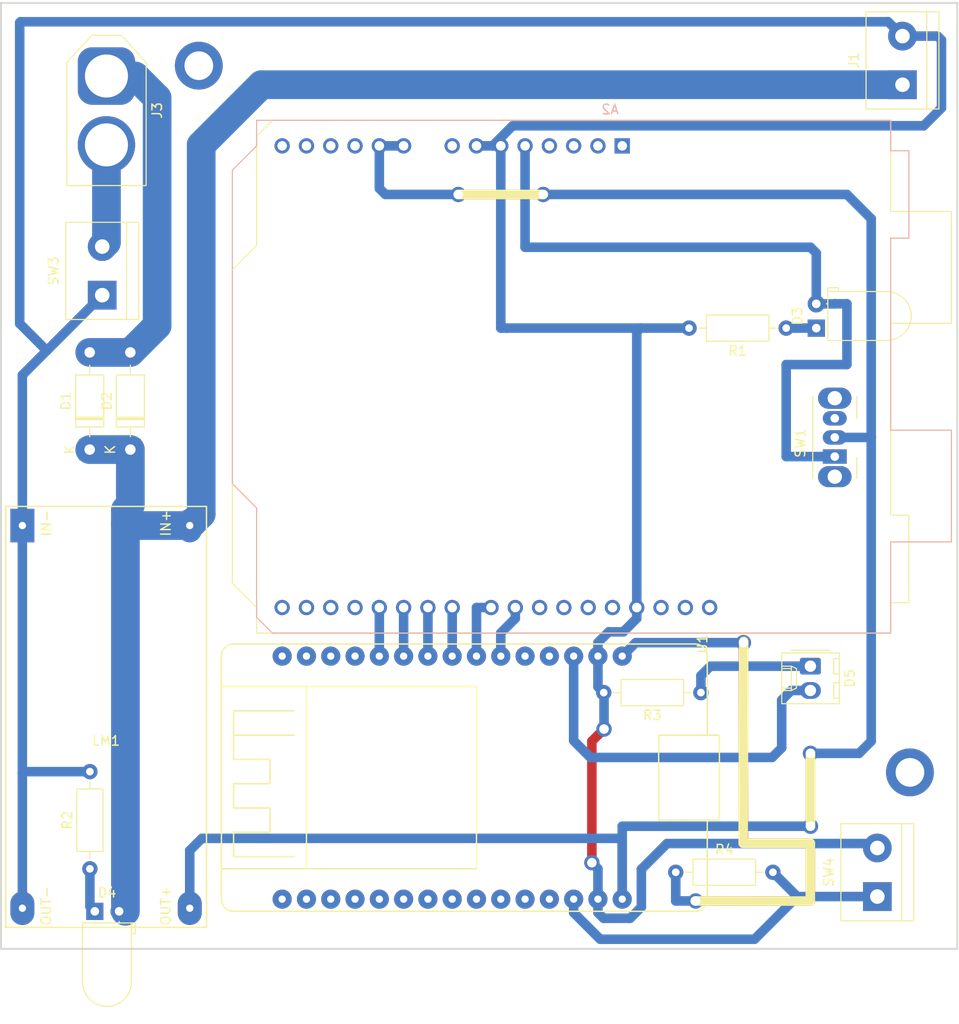
<source format=kicad_pcb>
(kicad_pcb (version 20240108) (generator "pcbnew") (generator_version "8.0")
  (layers (0 "F.Cu" signal) (31 "B.Cu" signal) (34 "B.Paste" user) (35 "F.Paste" user) (36 "B.SilkS" user "B.Silkscreen") (37 "F.SilkS" user "F.Silkscreen") (38 "B.Mask" user) (39 "F.Mask" user) (44 "Edge.Cuts" user))
  (net 0 "")
  (net 1 "PWM B MONSTER SHIELD")
  (net 2 "PWM A MONSTER SHIELD")
  (net 5 "AIN2 MONSTER SHIELD")
  (net 7 "+5V")
  (net 10 "BIN 1 MONSTER SHIELD")
  (net 16 "BIN 2 MONSTER SHIELD")
  (net 26 "AIN1 MONSTER SHIELD")
  (net 34 "BTN1")
  (net 40 "+3V3")
  (net 48 "Net-(D1-A)")
  (net 49 "Net-(J3-Pin_2)")
  (net 50 "Led Monster")
  (net 51 "LED ON{slash}OFF")
  (net 52 "Net-(D3-K)")
  (net 53 "Net-(D4-K)")
  (net 54 "LED BLUETOOTH")
  (net 55 "Net-(D5-K)")
  (net 56 "GND")
  (footprint "Connector_AMASS:AMASS_XT60-M_1x02_P7.20mm_Vertical" (layer "F.Cu") (at 133.39 44.77 -90)
    (property "Reference" "J3" (at 3.6 -5.3 90) (layer "F.SilkS"))
    (property "Value" "Bateria1")
    (fp_line (start -1.4 4.15) (end 11.45 4.15) (stroke (width 0.12)) (layer "F.SilkS"))
    (fp_line (start 11.45 4.15) (end 11.45 -4.15) (stroke (width 0.12)) (layer "F.SilkS"))
    (fp_line (start -4.25 1.55) (end -1.4 4.15) (stroke (width 0.12)) (layer "F.SilkS"))
    (fp_line (start -4.25 -1.6) (end -4.25 1.55) (stroke (width 0.12)) (layer "F.SilkS"))
    (fp_line (start -1.4 -4.15) (end -4.25 -1.6) (stroke (width 0.12)) (layer "F.SilkS"))
    (fp_line (start 11.45 -4.15) (end -1.4 -4.15) (stroke (width 0.12)) (layer "F.SilkS"))
    (pad "1" thru_hole roundrect (at 0 0 270) (size 6 6) (drill 4.5) (layers "*.Cu" "*.Mask") (net 48 "Net-(D1-A)"))
    (pad "2" thru_hole circle (at 7.2 0 270) (size 6 6) (drill 4.5) (layers "*.Cu" "*.Mask") (net 49 "Net-(J3-Pin_2)"))
  )
  (footprint "Resistor_THT:R_Axial_DIN0207_L6.3mm_D2.5mm_P10.16mm_Horizontal" (layer "F.Cu") (at 195.55 109.22 180)
    (property "Reference" "R3" (at 5.08 -2.37 180) (layer "F.SilkS"))
    (property "Value" "87")
    (fp_line (start 9.12 0) (end 8.35 0) (stroke (width 0.12)) (layer "F.SilkS"))
    (fp_line (start 8.35 1.37) (end 8.35 -1.37) (stroke (width 0.12)) (layer "F.SilkS"))
    (fp_line (start 8.35 -1.37) (end 1.81 -1.37) (stroke (width 0.12)) (layer "F.SilkS"))
    (fp_line (start 1.81 1.37) (end 8.35 1.37) (stroke (width 0.12)) (layer "F.SilkS"))
    (fp_line (start 1.81 -1.37) (end 1.81 1.37) (stroke (width 0.12)) (layer "F.SilkS"))
    (fp_line (start 1.04 0) (end 1.81 0) (stroke (width 0.12)) (layer "F.SilkS"))
    (pad "1" thru_hole circle (at 0 0 180) (size 1.6 1.6) (drill 0.8) (layers "*.Cu" "*.Mask") (net 55 "Net-(D5-K)"))
    (pad "2" thru_hole oval (at 10.16 0 180) (size 1.6 1.6) (drill 0.8) (layers "*.Cu" "*.Mask") (net 56 "GND"))
  )
  (footprint "DOIT_ESP32:DOIT_ESP32_Devkit_mirko" (layer "F.Cu") (at 196.215 104.14 -90)
    (property "Reference" "U1" (at 0 0.5 90) (layer "F.SilkS"))
    (property "Value" "ESP32-Devkit-V1")
    (fp_line (start 1.27 50.8) (end 26.67 50.8) (stroke (width 0.15)) (layer "F.SilkS"))
    (fp_line (start 4.445 50.8) (end 4.445 24.13) (stroke (width 0.15)) (layer "F.SilkS"))
    (fp_line (start 0 49.53) (end 0 1.27) (stroke (width 0.15)) (layer "F.SilkS"))
    (fp_line (start 6.985 49.53) (end 9.525 49.53) (stroke (width 0.15)) (layer "F.SilkS"))
    (fp_line (start 9.525 49.53) (end 12.065 49.53) (stroke (width 0.15)) (layer "F.SilkS"))
    (fp_line (start 9.525 49.53) (end 9.525 43.18) (stroke (width 0.15)) (layer "F.SilkS"))
    (fp_line (start 12.065 49.53) (end 12.065 46.99) (stroke (width 0.15)) (layer "F.SilkS"))
    (fp_line (start 14.605 49.53) (end 17.145 49.53) (stroke (width 0.15)) (layer "F.SilkS"))
    (fp_line (start 17.145 49.53) (end 17.145 45.72) (stroke (width 0.15)) (layer "F.SilkS"))
    (fp_line (start 19.685 49.53) (end 22.225 49.53) (stroke (width 0.15)) (layer "F.SilkS"))
    (fp_line (start 22.225 49.53) (end 22.225 43.18) (stroke (width 0.15)) (layer "F.SilkS"))
    (fp_line (start 19.685 48.26) (end 19.685 49.53) (stroke (width 0.15)) (layer "F.SilkS"))
    (fp_line (start 12.065 46.99) (end 12.065 45.72) (stroke (width 0.15)) (layer "F.SilkS"))
    (fp_line (start 12.065 45.72) (end 14.605 45.72) (stroke (width 0.15)) (layer "F.SilkS"))
    (fp_line (start 14.605 45.72) (end 14.605 49.53) (stroke (width 0.15)) (layer "F.SilkS"))
    (fp_line (start 17.145 45.72) (end 19.685 45.72) (stroke (width 0.15)) (layer "F.SilkS"))
    (fp_line (start 19.685 45.72) (end 19.685 48.26) (stroke (width 0.15)) (layer "F.SilkS"))
    (fp_line (start 6.985 43.18) (end 6.985 49.53) (stroke (width 0.15)) (layer "F.SilkS"))
    (fp_line (start 23.495 41.91) (end 4.445 41.91) (stroke (width 0.15)) (layer "F.SilkS"))
    (fp_line (start 4.445 24.13) (end 23.495 24.13) (stroke (width 0.15)) (layer "F.SilkS"))
    (fp_line (start 23.495 24.13) (end 23.495 50.8) (stroke (width 0.15)) (layer "F.SilkS"))
    (fp_line (start 9.525 5.08) (end 10.795 5.08) (stroke (width 0.15)) (layer "F.SilkS"))
    (fp_line (start 18.415 5.08) (end 10.795 5.08) (stroke (width 0.15)) (layer "F.SilkS"))
    (fp_line (start 18.415 3.81) (end 18.415 5.08) (stroke (width 0.15)) (layer "F.SilkS"))
    (fp_line (start 18.415 3.81) (end 18.415 2.54) (stroke (width 0.15)) (layer "F.SilkS"))
    (fp_line (start 27.94 1.27) (end 27.94 49.53) (stroke (width 0.15)) (layer "F.SilkS"))
    (fp_line (start 9.525 0) (end 1.27 0) (stroke (width 0.15)) (layer "F.SilkS"))
    (fp_line (start 18.415 0) (end 26.67 0) (stroke (width 0.15)) (layer "F.SilkS"))
    (fp_line (start 9.525 -1.27) (end 9.525 5.08) (stroke (width 0.15)) (layer "F.SilkS"))
    (fp_line (start 10.795 -1.27) (end 9.525 -1.27) (stroke (width 0.15)) (layer "F.SilkS"))
    (fp_line (start 12.065 -1.27) (end 10.795 -1.27) (stroke (width 0.15)) (layer "F.SilkS"))
    (fp_line (start 12.065 -1.27) (end 18.415 -1.27) (stroke (width 0.15)) (layer "F.SilkS"))
    (fp_line (start 18.415 -1.27) (end 18.415 2.54) (stroke (width 0.15)) (layer "F.SilkS"))
    (fp_arc (start 1.27 50.8) (mid 0.371974 50.428026) (end 0 49.53) (stroke (width 0.15)) (layer "F.SilkS"))
    (fp_arc (start 27.94 49.53) (mid 27.568026 50.428026) (end 26.67 50.8) (stroke (width 0.15)) (layer "F.SilkS"))
    (fp_arc (start 0 1.27) (mid 0.371974 0.371974) (end 1.27 0) (stroke (width 0.15)) (layer "F.SilkS"))
    (fp_arc (start 26.67 0) (mid 27.568026 0.371974) (end 27.94 1.27) (stroke (width 0.15)) (layer "F.SilkS"))
    (pad "1" thru_hole circle (at 26.67 8.89 270) (size 2 2) (drill 0.762) (layers "*.Cu" "*.Mask") (net 7 "+5V"))
    (pad "2" thru_hole circle (at 26.67 11.43 270) (size 2 2) (drill 0.762) (layers "*.Cu" "*.Mask") (net 56 "GND"))
    (pad "3" thru_hole circle (at 26.67 13.97 270) (size 2 2) (drill 0.762) (layers "*.Cu" "*.Mask") (net 34 "BTN1"))
    (pad "4" thru_hole circle (at 26.67 16.51 270) (size 2 2) (drill 0.762) (layers "*.Cu" "*.Mask"))
    (pad "5" thru_hole circle (at 26.67 19.05 270) (size 2 2) (drill 0.762) (layers "*.Cu" "*.Mask"))
    (pad "6" thru_hole circle (at 26.67 21.59 270) (size 2 2) (drill 0.762) (layers "*.Cu" "*.Mask"))
    (pad "7" thru_hole circle (at 26.67 24.13 270) (size 2 2) (drill 0.762) (layers "*.Cu" "*.Mask"))
    (pad "8" thru_hole circle (at 26.67 26.67 270) (size 2 2) (drill 0.762) (layers "*.Cu" "*.Mask"))
    (pad "9" thru_hole circle (at 26.67 29.21 270) (size 2 2) (drill 0.762) (layers "*.Cu" "*.Mask"))
    (pad "10" thru_hole circle (at 26.67 31.75 270) (size 2 2) (drill 0.762) (layers "*.Cu" "*.Mask"))
    (pad "11" thru_hole circle (at 26.67 34.29 270) (size 2 2) (drill 0.762) (layers "*.Cu" "*.Mask"))
    (pad "12" thru_hole circle (at 26.67 36.83 270) (size 2 2) (drill 0.762) (layers "*.Cu" "*.Mask"))
    (pad "13" thru_hole circle (at 26.67 39.37 270) (size 2 2) (drill 0.762) (layers "*.Cu" "*.Mask"))
    (pad "14" thru_hole circle (at 26.67 41.91 270) (size 2 2) (drill 0.762) (layers "*.Cu" "*.Mask"))
    (pad "15" thru_hole circle (at 26.67 44.45 270) (size 2 2) (drill 0.762) (layers "*.Cu" "*.Mask"))
    (pad "16" thru_hole circle (at 1.27 44.45 270) (size 2 2) (drill 0.762) (layers "*.Cu" "*.Mask"))
    (pad "17" thru_hole circle (at 1.27 41.91 270) (size 2 2) (drill 0.762) (layers "*.Cu" "*.Mask"))
    (pad "18" thru_hole circle (at 1.27 39.37 270) (size 2 2) (drill 0.762) (layers "*.Cu" "*.Mask"))
    (pad "19" thru_hole circle (at 1.27 36.83 270) (size 2 2) (drill 0.762) (layers "*.Cu" "*.Mask"))
    (pad "20" thru_hole circle (at 1.27 34.29 270) (size 2 2) (drill 0.762) (layers "*.Cu" "*.Mask") (net 10 "BIN 1 MONSTER SHIELD"))
    (pad "21" thru_hole circle (at 1.27 31.75 270) (size 2 2) (drill 0.762) (layers "*.Cu" "*.Mask") (net 2 "PWM A MONSTER SHIELD"))
    (pad "22" thru_hole circle (at 1.27 29.21 270) (size 2 2) (drill 0.762) (layers "*.Cu" "*.Mask") (net 1 "PWM B MONSTER SHIELD"))
    (pad "23" thru_hole circle (at 1.27 26.67 270) (size 2 2) (drill 0.762) (layers "*.Cu" "*.Mask") (net 26 "AIN1 MONSTER SHIELD"))
    (pad "24" thru_hole circle (at 1.27 24.13 270) (size 2 2) (drill 0.762) (layers "*.Cu" "*.Mask") (net 5 "AIN2 MONSTER SHIELD"))
    (pad "25" thru_hole circle (at 1.27 21.59 270) (size 2 2) (drill 0.762) (layers "*.Cu" "*.Mask") (net 16 "BIN 2 MONSTER SHIELD"))
    (pad "26" thru_hole circle (at 1.27 19.05 270) (size 2 2) (drill 0.762) (layers "*.Cu" "*.Mask"))
    (pad "27" thru_hole circle (at 1.27 16.51 270) (size 2 2) (drill 0.762) (layers "*.Cu" "*.Mask"))
    (pad "28" thru_hole circle (at 1.27 13.97 270) (size 2 2) (drill 0.762) (layers "*.Cu" "*.Mask") (net 54 "LED BLUETOOTH"))
    (pad "29" thru_hole circle (at 1.27 11.43 270) (size 2 2) (drill 0.762) (layers "*.Cu" "*.Mask") (net 56 "GND"))
    (pad "30" thru_hole circle (at 1.27 8.89 270) (size 2 2) (drill 0.762) (layers "*.Cu" "*.Mask") (net 40 "+3V3"))
  )
  (footprint "TerminalBlock:TerminalBlock_bornier-2_P5.08mm" (layer "F.Cu") (at 132.95 67.68 90)
    (property "Reference" "SW3" (at 2.54 -5.08 90) (layer "F.SilkS"))
    (property "Value" "SW ON/OFF")
    (fp_line (start 7.62 -3.81) (end -2.54 -3.81) (stroke (width 0.12)) (layer "F.SilkS"))
    (fp_line (start -2.54 -3.81) (end -2.54 3.81) (stroke (width 0.12)) (layer "F.SilkS"))
    (fp_line (start 7.62 2.54) (end -2.54 2.54) (stroke (width 0.12)) (layer "F.SilkS"))
    (fp_line (start 7.62 3.81) (end 7.62 -3.81) (stroke (width 0.12)) (layer "F.SilkS"))
    (fp_line (start -2.54 3.81) (end 7.62 3.81) (stroke (width 0.12)) (layer "F.SilkS"))
    (pad "1" thru_hole rect (at 0 0 90) (size 3 3) (drill 1.52) (layers "*.Cu" "*.Mask") (net 56 "GND"))
    (pad "2" thru_hole circle (at 5.08 0 90) (size 3 3) (drill 1.52) (layers "*.Cu" "*.Mask") (net 49 "Net-(J3-Pin_2)"))
  )
  (footprint "" (layer "F.Cu") (at 217.41 117.56)
    (property "Reference" "" (at 0 0 0) (layer "F.SilkS") (effects (font (size 1.27 1.27))))
    (property "Value" "")
    (pad "" thru_hole circle (at 0 0) (size 5 5) (drill 3) (layers "*.Cu" "*.Mask"))
  )
  (footprint "" (layer "F.Cu") (at 143.05 43.69)
    (property "Reference" "" (at 0 0 0) (layer "F.SilkS") (effects (font (size 1.27 1.27))))
    (property "Value" "")
    (pad "" thru_hole circle (at 0 0) (size 5 5) (drill 3) (layers "*.Cu" "*.Mask"))
  )
  (footprint "Diode_THT:D_DO-41_SOD81_P10.16mm_Horizontal" (layer "F.Cu") (at 131.64 83.82 90)
    (property "Reference" "D1" (at 5.08 -2.47 -90) (layer "F.SilkS"))
    (property "Value" "1N4007")
    (fp_line (start 7.8 -1.47) (end 2.36 -1.47) (stroke (width 0.12)) (layer "F.SilkS"))
    (fp_line (start 3.38 -1.47) (end 3.38 1.47) (stroke (width 0.12)) (layer "F.SilkS"))
    (fp_line (start 3.26 -1.47) (end 3.26 1.47) (stroke (width 0.12)) (layer "F.SilkS"))
    (fp_line (start 3.14 -1.47) (end 3.14 1.47) (stroke (width 0.12)) (layer "F.SilkS"))
    (fp_line (start 2.36 -1.47) (end 2.36 1.47) (stroke (width 0.12)) (layer "F.SilkS"))
    (fp_line (start 8.82 0) (end 7.8 0) (stroke (width 0.12)) (layer "F.SilkS"))
    (fp_line (start 1.34 0) (end 2.36 0) (stroke (width 0.12)) (layer "F.SilkS"))
    (fp_line (start 7.8 1.47) (end 7.8 -1.47) (stroke (width 0.12)) (layer "F.SilkS"))
    (fp_line (start 2.36 1.47) (end 7.8 1.47) (stroke (width 0.12)) (layer "F.SilkS"))
    (fp_text user "K" (at 0 -2.1 -90) (layer "F.SilkS"))
    (pad "1" thru_hole rect (at 0 0 90) (size 2.2 2.2) (drill 1.1) (layers "*.Cu" "*.Mask") (net 51 "LED ON{slash}OFF"))
    (pad "2" thru_hole oval (at 10.16 0 90) (size 2.2 2.2) (drill 1.1) (layers "*.Cu" "*.Mask") (net 48 "Net-(D1-A)"))
  )
  (footprint "LED_THT:LED_D5.0mm_Horizontal_O1.27mm_Z3.0mm" (layer "F.Cu") (at 207.615 71.125 90)
    (property "Reference" "D3" (at 1.27 -1.96 90) (layer "F.SilkS"))
    (property "Value" "LED MONSTER")
    (fp_line (start 2.54 1.08) (end 2.54 1.08) (stroke (width 0.12)) (layer "F.SilkS"))
    (fp_line (start 2.54 1.08) (end 2.54 1.21) (stroke (width 0.12)) (layer "F.SilkS"))
    (fp_line (start 0 1.08) (end 0 1.08) (stroke (width 0.12)) (layer "F.SilkS"))
    (fp_line (start 0 1.08) (end 0 1.21) (stroke (width 0.12)) (layer "F.SilkS"))
    (fp_line (start 4.23 1.21) (end 4.23 2.33) (stroke (width 0.12)) (layer "F.SilkS"))
    (fp_line (start 3.83 1.21) (end 4.23 1.21) (stroke (width 0.12)) (layer "F.SilkS"))
    (fp_line (start 3.83 1.21) (end 3.83 7.37) (stroke (width 0.12)) (layer "F.SilkS"))
    (fp_line (start 2.54 1.21) (end 2.54 1.08) (stroke (width 0.12)) (layer "F.SilkS"))
    (fp_line (start 2.54 1.21) (end 2.54 1.21) (stroke (width 0.12)) (layer "F.SilkS"))
    (fp_line (start 0 1.21) (end 0 1.08) (stroke (width 0.12)) (layer "F.SilkS"))
    (fp_line (start 0 1.21) (end 0 1.21) (stroke (width 0.12)) (layer "F.SilkS"))
    (fp_line (start -1.29 1.21) (end 3.83 1.21) (stroke (width 0.12)) (layer "F.SilkS"))
    (fp_line (start -1.29 1.21) (end -1.29 7.37) (stroke (width 0.12)) (layer "F.SilkS"))
    (fp_line (start 4.23 2.33) (end 3.83 2.33) (stroke (width 0.12)) (layer "F.SilkS"))
    (fp_line (start 3.83 2.33) (end 3.83 1.21) (stroke (width 0.12)) (layer "F.SilkS"))
    (fp_arc (start 3.83 7.37) (mid 1.27 9.93) (end -1.29 7.37) (stroke (width 0.12)) (layer "F.SilkS"))
    (pad "1" thru_hole rect (at 0 0 90) (size 1.8 1.8) (drill 0.9) (layers "*.Cu" "*.Mask") (net 52 "Net-(D3-K)"))
    (pad "2" thru_hole circle (at 2.54 0 90) (size 1.8 1.8) (drill 0.9) (layers "*.Cu" "*.Mask") (net 50 "Led Monster"))
  )
  (footprint "Resistor_THT:R_Axial_DIN0207_L6.3mm_D2.5mm_P10.16mm_Horizontal" (layer "F.Cu") (at 131.66 127.64 90)
    (property "Reference" "R2" (at 5.08 -2.37 90) (layer "F.SilkS"))
    (property "Value" "1,2K")
    (fp_line (start 8.35 -1.37) (end 1.81 -1.37) (stroke (width 0.12)) (layer "F.SilkS"))
    (fp_line (start 1.81 -1.37) (end 1.81 1.37) (stroke (width 0.12)) (layer "F.SilkS"))
    (fp_line (start 9.12 0) (end 8.35 0) (stroke (width 0.12)) (layer "F.SilkS"))
    (fp_line (start 1.04 0) (end 1.81 0) (stroke (width 0.12)) (layer "F.SilkS"))
    (fp_line (start 8.35 1.37) (end 8.35 -1.37) (stroke (width 0.12)) (layer "F.SilkS"))
    (fp_line (start 1.81 1.37) (end 8.35 1.37) (stroke (width 0.12)) (layer "F.SilkS"))
    (pad "1" thru_hole circle (at 0 0 90) (size 1.6 1.6) (drill 0.8) (layers "*.Cu" "*.Mask") (net 53 "Net-(D4-K)"))
    (pad "2" thru_hole oval (at 10.16 0 90) (size 1.6 1.6) (drill 0.8) (layers "*.Cu" "*.Mask") (net 56 "GND"))
  )
  (footprint "Resistor_THT:R_Axial_DIN0207_L6.3mm_D2.5mm_P10.16mm_Horizontal" (layer "F.Cu") (at 204.47 71.12 180)
    (property "Reference" "R1" (at 5.08 -2.37 180) (layer "F.SilkS"))
    (property "Value" "220")
    (fp_line (start 9.12 0) (end 8.35 0) (stroke (width 0.12)) (layer "F.SilkS"))
    (fp_line (start 8.35 1.37) (end 8.35 -1.37) (stroke (width 0.12)) (layer "F.SilkS"))
    (fp_line (start 8.35 -1.37) (end 1.81 -1.37) (stroke (width 0.12)) (layer "F.SilkS"))
    (fp_line (start 1.81 1.37) (end 8.35 1.37) (stroke (width 0.12)) (layer "F.SilkS"))
    (fp_line (start 1.81 -1.37) (end 1.81 1.37) (stroke (width 0.12)) (layer "F.SilkS"))
    (fp_line (start 1.04 0) (end 1.81 0) (stroke (width 0.12)) (layer "F.SilkS"))
    (pad "1" thru_hole circle (at 0 0 180) (size 1.6 1.6) (drill 0.8) (layers "*.Cu" "*.Mask") (net 52 "Net-(D3-K)"))
    (pad "2" thru_hole oval (at 10.16 0 180) (size 1.6 1.6) (drill 0.8) (layers "*.Cu" "*.Mask") (net 56 "GND"))
  )
  (footprint "Resistor_THT:R_Axial_DIN0207_L6.3mm_D2.5mm_P10.16mm_Horizontal" (layer "F.Cu") (at 192.92 128)
    (property "Reference" "R4" (at 5.08 -2.37 0) (layer "F.SilkS"))
    (property "Value" "10K")
    (fp_line (start 1.04 0) (end 1.81 0) (stroke (width 0.12)) (layer "F.SilkS"))
    (fp_line (start 1.81 -1.37) (end 1.81 1.37) (stroke (width 0.12)) (layer "F.SilkS"))
    (fp_line (start 1.81 1.37) (end 8.35 1.37) (stroke (width 0.12)) (layer "F.SilkS"))
    (fp_line (start 8.35 -1.37) (end 1.81 -1.37) (stroke (width 0.12)) (layer "F.SilkS"))
    (fp_line (start 8.35 1.37) (end 8.35 -1.37) (stroke (width 0.12)) (layer "F.SilkS"))
    (fp_line (start 9.12 0) (end 8.35 0) (stroke (width 0.12)) (layer "F.SilkS"))
    (pad "1" thru_hole circle (at 0 0) (size 1.6 1.6) (drill 0.8) (layers "*.Cu" "*.Mask") (net 40 "+3V3"))
    (pad "2" thru_hole oval (at 10.16 0) (size 1.6 1.6) (drill 0.8) (layers "*.Cu" "*.Mask") (net 34 "BTN1"))
  )
  (footprint "Diode_THT:D_DO-41_SOD81_P10.16mm_Horizontal" (layer "F.Cu") (at 135.89 83.82 90)
    (property "Reference" "D2" (at 5.08 -2.47 -90) (layer "F.SilkS"))
    (property "Value" "1N4007")
    (fp_line (start 7.8 -1.47) (end 2.36 -1.47) (stroke (width 0.12)) (layer "F.SilkS"))
    (fp_line (start 3.38 -1.47) (end 3.38 1.47) (stroke (width 0.12)) (layer "F.SilkS"))
    (fp_line (start 3.26 -1.47) (end 3.26 1.47) (stroke (width 0.12)) (layer "F.SilkS"))
    (fp_line (start 3.14 -1.47) (end 3.14 1.47) (stroke (width 0.12)) (layer "F.SilkS"))
    (fp_line (start 2.36 -1.47) (end 2.36 1.47) (stroke (width 0.12)) (layer "F.SilkS"))
    (fp_line (start 8.82 0) (end 7.8 0) (stroke (width 0.12)) (layer "F.SilkS"))
    (fp_line (start 1.34 0) (end 2.36 0) (stroke (width 0.12)) (layer "F.SilkS"))
    (fp_line (start 7.8 1.47) (end 7.8 -1.47) (stroke (width 0.12)) (layer "F.SilkS"))
    (fp_line (start 2.36 1.47) (end 7.8 1.47) (stroke (width 0.12)) (layer "F.SilkS"))
    (fp_text user "K" (at 0 -2.1 -90) (layer "F.SilkS"))
    (pad "1" thru_hole rect (at 0 0 90) (size 2.2 2.2) (drill 1.1) (layers "*.Cu" "*.Mask") (net 51 "LED ON{slash}OFF"))
    (pad "2" thru_hole oval (at 10.16 0 90) (size 2.2 2.2) (drill 1.1) (layers "*.Cu" "*.Mask") (net 48 "Net-(D1-A)"))
  )
  (footprint "LED_THT:LED_D5.0mm_Horizontal_O1.27mm_Z3.0mm" (layer "F.Cu") (at 132.175 132.085)
    (property "Reference" "D4" (at 1.27 -1.96 360) (layer "F.SilkS"))
    (property "Value" "LED ON/OFF")
    (fp_line (start -1.29 1.21) (end -1.29 7.37) (stroke (width 0.12)) (layer "F.SilkS"))
    (fp_line (start -1.29 1.21) (end 3.83 1.21) (stroke (width 0.12)) (layer "F.SilkS"))
    (fp_line (start 0 1.08) (end 0 1.08) (stroke (width 0.12)) (layer "F.SilkS"))
    (fp_line (start 0 1.08) (end 0 1.21) (stroke (width 0.12)) (layer "F.SilkS"))
    (fp_line (start 0 1.21) (end 0 1.08) (stroke (width 0.12)) (layer "F.SilkS"))
    (fp_line (start 0 1.21) (end 0 1.21) (stroke (width 0.12)) (layer "F.SilkS"))
    (fp_line (start 2.54 1.08) (end 2.54 1.08) (stroke (width 0.12)) (layer "F.SilkS"))
    (fp_line (start 2.54 1.08) (end 2.54 1.21) (stroke (width 0.12)) (layer "F.SilkS"))
    (fp_line (start 2.54 1.21) (end 2.54 1.08) (stroke (width 0.12)) (layer "F.SilkS"))
    (fp_line (start 2.54 1.21) (end 2.54 1.21) (stroke (width 0.12)) (layer "F.SilkS"))
    (fp_line (start 3.83 1.21) (end 3.83 7.37) (stroke (width 0.12)) (layer "F.SilkS"))
    (fp_line (start 3.83 1.21) (end 4.23 1.21) (stroke (width 0.12)) (layer "F.SilkS"))
    (fp_line (start 3.83 2.33) (end 3.83 1.21) (stroke (width 0.12)) (layer "F.SilkS"))
    (fp_line (start 4.23 1.21) (end 4.23 2.33) (stroke (width 0.12)) (layer "F.SilkS"))
    (fp_line (start 4.23 2.33) (end 3.83 2.33) (stroke (width 0.12)) (layer "F.SilkS"))
    (fp_arc (start 3.83 7.37) (mid 1.27 9.93) (end -1.29 7.37) (stroke (width 0.12)) (layer "F.SilkS"))
    (pad "1" thru_hole rect (at 0 0) (size 1.8 1.8) (drill 0.9) (layers "*.Cu" "*.Mask") (net 53 "Net-(D4-K)"))
    (pad "2" thru_hole circle (at 2.54 0) (size 1.8 1.8) (drill 0.9) (layers "*.Cu" "*.Mask") (net 51 "LED ON{slash}OFF"))
  )
  (footprint "Button_Switch_THT:SW_Slide_SPDT_Angled_CK_OS102011MA1Q" (layer "F.Cu") (at 209.55 84.55 90)
    (property "Reference" "SW1" (at 1.4 -3.6 -90) (layer "F.SilkS"))
    (property "Value" "SW ON/OFF MOTORES")
    (fp_line (start -2.3 -2.3) (end 6.3 -2.3) (stroke (width 0.12)) (layer "F.SilkS"))
    (fp_line (start 4 2.3) (end 6.3 2.3) (stroke (width 0.12)) (layer "F.SilkS"))
    (fp_line (start -2.3 2.3) (end -0.1 2.3) (stroke (width 0.12)) (layer "F.SilkS"))
    (pad "" thru_hole oval (at -2.1 0 90) (size 2.2 3.5) (drill 1.5) (layers "*.Cu" "*.Mask"))
    (pad "" thru_hole oval (at 6.1 0 90) (size 2.2 3.5) (drill 1.5) (layers "*.Cu" "*.Mask"))
    (pad "1" thru_hole rect (at 0 0 90) (size 1.5 2.5) (drill 0.9) (layers "*.Cu" "*.Mask") (net 50 "Led Monster"))
    (pad "2" thru_hole oval (at 2 0 90) (size 1.5 2.5) (drill 0.9) (layers "*.Cu" "*.Mask") (net 7 "+5V"))
    (pad "3" thru_hole oval (at 4 0 90) (size 1.5 2.5) (drill 0.9) (layers "*.Cu" "*.Mask"))
  )
  (footprint "clipboard:9f10d7fe-0315-4ea5-b78f-32d946eae859" (layer "F.Cu") (at 215.395 103 180)
    (property "Reference" "" (at 0 0 180) (layer "F.SilkS") (effects (font (size 1.27 1.27))))
    (property "Value" "")
    (fp_line (start 68.84 37.98) (end 68.84 5.21) (stroke (width 0.12)) (layer "F.SilkS"))
    (fp_line (start 68.84 5.21) (end 66.3 2.67) (stroke (width 0.12)) (layer "F.SilkS"))
    (fp_line (start 66.3 51.95) (end 66.3 40.52) (stroke (width 0.12)) (layer "F.SilkS"))
    (fp_line (start 66.3 40.52) (end 68.84 37.98) (stroke (width 0.12)) (layer "F.SilkS"))
    (fp_line (start 66.3 2.67) (end 66.3 0) (stroke (width 0.12)) (layer "F.SilkS"))
    (fp_line (start 66.3 0) (end 0 0) (stroke (width 0.12)) (layer "F.SilkS"))
    (fp_line (start 64.65 53.6) (end 66.3 51.95) (stroke (width 0.12)) (layer "F.SilkS"))
    (fp_line (start 0 53.6) (end 64.65 53.6) (stroke (width 0.12)) (layer "F.SilkS"))
    (fp_line (start 0 44.07) (end 0 53.6) (stroke (width 0.12)) (layer "F.SilkS"))
    (fp_line (start 0 32.39) (end -6.35 32.39) (stroke (width 0.12)) (layer "F.SilkS"))
    (fp_line (start 0 12.32) (end 0 32.39) (stroke (width 0.12)) (layer "F.SilkS"))
    (fp_line (start 0 3.18) (end -1.9 3.18) (stroke (width 0.12)) (layer "F.SilkS"))
    (fp_line (start 0 0) (end 0 3.18) (stroke (width 0.12)) (layer "F.SilkS"))
    (fp_line (start -1.9 12.32) (end 0 12.32) (stroke (width 0.12)) (layer "F.SilkS"))
    (fp_line (start -1.9 3.18) (end -1.9 12.32) (stroke (width 0.12)) (layer "F.SilkS"))
    (fp_line (start -6.35 44.07) (end 0 44.07) (stroke (width 0.12)) (layer "F.SilkS"))
    (fp_line (start -6.35 32.39) (end -6.35 44.07) (stroke (width 0.12)) (layer "F.SilkS"))
  )
  (footprint "TerminalBlock:TerminalBlock_bornier-2_P5.08mm" (layer "F.Cu") (at 216.63 45.68 90)
    (property "Reference" "J1" (at 2.54 -5.08 90) (layer "F.SilkS"))
    (property "Value" "Bornera Motores")
    (fp_line (start 7.62 -3.81) (end -2.54 -3.81) (stroke (width 0.12)) (layer "F.SilkS"))
    (fp_line (start -2.54 -3.81) (end -2.54 3.81) (stroke (width 0.12)) (layer "F.SilkS"))
    (fp_line (start 7.62 2.54) (end -2.54 2.54) (stroke (width 0.12)) (layer "F.SilkS"))
    (fp_line (start 7.62 3.81) (end 7.62 -3.81) (stroke (width 0.12)) (layer "F.SilkS"))
    (fp_line (start -2.54 3.81) (end 7.62 3.81) (stroke (width 0.12)) (layer "F.SilkS"))
    (pad "1" thru_hole rect (at 0 0 90) (size 3 3) (drill 1.52) (layers "*.Cu" "*.Mask") (net 51 "LED ON{slash}OFF"))
    (pad "2" thru_hole circle (at 5.08 0 90) (size 3 3) (drill 1.52) (layers "*.Cu" "*.Mask") (net 56 "GND"))
  )
  (footprint "Connector_Molex:Molex_KK-254_AE-6410-02A_1x02_P2.54mm_Vertical" (layer "F.Cu") (at 207 106.46 -90)
    (property "Reference" "D5" (at 1.27 -4.12 90) (layer "F.SilkS"))
    (property "Value" "BLUETOOTH")
    (fp_line (start -1.38 2.99) (end 3.92 2.99) (stroke (width 0.12)) (layer "F.SilkS"))
    (fp_line (start 0 2.99) (end 0 1.99) (stroke (width 0.12)) (layer "F.SilkS"))
    (fp_line (start 0.25 2.99) (end 0.25 1.99) (stroke (width 0.12)) (layer "F.SilkS"))
    (fp_line (start 2.29 2.99) (end 2.29 1.99) (stroke (width 0.12)) (layer "F.SilkS"))
    (fp_line (start 3.92 2.99) (end 3.92 -3.03) (stroke (width 0.12)) (layer "F.SilkS"))
    (fp_line (start 0 1.99) (end 2.54 1.99) (stroke (width 0.12)) (layer "F.SilkS"))
    (fp_line (start 0 1.99) (end 0.25 1.46) (stroke (width 0.12)) (layer "F.SilkS"))
    (fp_line (start 2.54 1.99) (end 2.54 2.99) (stroke (width 0.12)) (layer "F.SilkS"))
    (fp_line (start 0.25 1.46) (end 2.29 1.46) (stroke (width 0.12)) (layer "F.SilkS"))
    (fp_line (start 2.29 1.46) (end 2.54 1.99) (stroke (width 0.12)) (layer "F.SilkS"))
    (fp_line (start -1.67 -2) (end -1.67 2) (stroke (width 0.12)) (layer "F.SilkS"))
    (fp_line (start -0.8 -2.43) (end 0.8 -2.43) (stroke (width 0.12)) (layer "F.SilkS"))
    (fp_line (start 0.8 -2.43) (end 0.8 -3.03) (stroke (width 0.12)) (layer "F.SilkS"))
    (fp_line (start 1.74 -2.43) (end 3.34 -2.43) (stroke (width 0.12)) (layer "F.SilkS"))
    (fp_line (start 3.34 -2.43) (end 3.34 -3.03) (stroke (width 0.12)) (layer "F.SilkS"))
    (fp_line (start -1.38 -3.03) (end -1.38 2.99) (stroke (width 0.12)) (layer "F.SilkS"))
    (fp_line (start -0.8 -3.03) (end -0.8 -2.43) (stroke (width 0.12)) (layer "F.SilkS"))
    (fp_line (start 1.74 -3.03) (end 1.74 -2.43) (stroke (width 0.12)) (layer "F.SilkS"))
    (fp_line (start 3.92 -3.03) (end -1.38 -3.03) (stroke (width 0.12)) (layer "F.SilkS"))
    (pad "1" thru_hole roundrect (at 0 0 270) (size 1.74 2.19) (drill 1.19) (layers "*.Cu" "*.Mask") (roundrect_rratio 0.143678) (net 55 "Net-(D5-K)"))
    (pad "2" thru_hole oval (at 2.54 0 270) (size 1.74 2.19) (drill 1.19) (layers "*.Cu" "*.Mask") (net 54 "LED BLUETOOTH"))
  )
  (footprint "TerminalBlock:TerminalBlock_bornier-2_P5.08mm" (layer "F.Cu") (at 214 130.54 90)
    (property "Reference" "SW4" (at 2.54 -5.08 90) (layer "F.SilkS"))
    (property "Value" "SW_Push")
    (fp_line (start 7.62 -3.81) (end -2.54 -3.81) (stroke (width 0.12)) (layer "F.SilkS"))
    (fp_line (start -2.54 -3.81) (end -2.54 3.81) (stroke (width 0.12)) (layer "F.SilkS"))
    (fp_line (start 7.62 2.54) (end -2.54 2.54) (stroke (width 0.12)) (layer "F.SilkS"))
    (fp_line (start 7.62 3.81) (end 7.62 -3.81) (stroke (width 0.12)) (layer "F.SilkS"))
    (fp_line (start -2.54 3.81) (end 7.62 3.81) (stroke (width 0.12)) (layer "F.SilkS"))
    (pad "1" thru_hole rect (at 0 0 90) (size 3 3) (drill 1.52) (layers "*.Cu" "*.Mask") (net 34 "BTN1"))
    (pad "2" thru_hole circle (at 5.08 0 90) (size 3 3) (drill 1.52) (layers "*.Cu" "*.Mask") (net 56 "GND"))
  )
  (footprint "StepDown:LM2596_correctedMeas" (layer "F.Cu") (at 133.35 111.76)
    (property "Reference" "LM1" (at 0 2.5 0) (layer "F.SilkS"))
    (property "Value" "LM2596_OK")
    (fp_line (start -10.5 -22) (end -10.5 22) (stroke (width 0.15)) (layer "F.SilkS"))
    (fp_line (start -10.5 22) (end 10.5 22) (stroke (width 0.15)) (layer "F.SilkS"))
    (fp_line (start 10.5 -22) (end -10.5 -22) (stroke (width 0.15)) (layer "F.SilkS"))
    (fp_line (start 10.5 0) (end 10.5 -22) (stroke (width 0.15)) (layer "F.SilkS"))
    (fp_line (start 10.5 22) (end 10.5 0) (stroke (width 0.15)) (layer "F.SilkS"))
    (fp_text user "OUT-" (at -6.25 19.75 90) (layer "F.SilkS"))
    (fp_text user "IN-" (at -6.25 -20.25 90) (layer "F.SilkS"))
    (fp_text user "OUT+" (at 6.25 19.75 90) (layer "F.SilkS"))
    (pad "1" thru_hole rect (at -8.75 -20) (size 2.5 3.5) (drill 0.762) (layers "*.Cu" "*.Mask") (net 56 "GND"))
    (pad "2" thru_hole oval (at 8.75 -20) (size 2.5 3.5) (drill 0.762) (layers "*.Cu" "*.Mask") (net 51 "LED ON{slash}OFF"))
    (pad "3" thru_hole oval (at -8.75 20) (size 2.5 3.5) (drill 0.762) (layers "*.Cu" "*.Mask") (net 56 "GND"))
    (pad "4" thru_hole oval (at 8.75 20) (size 2.5 3.5) (drill 0.762) (layers "*.Cu" "*.Mask") (net 7 "+5V"))
  )
  (footprint "Module:Arduino_UNO_R3" (layer "B.Cu") (at 187.325 52.07 180)
    (property "Reference" "A2" (at 1.27 3.81 180) (layer "B.SilkS") (effects (justify mirror)))
    (property "Value" "MONSTER SHIELD")
    (fp_line (start 40.77 -2.54) (end 40.77 -35.31) (stroke (width 0.12)) (layer "B.SilkS"))
    (fp_line (start 40.77 -35.31) (end 38.23 -37.85) (stroke (width 0.12)) (layer "B.SilkS"))
    (fp_line (start 38.23 2.67) (end 38.23 0) (stroke (width 0.12)) (layer "B.SilkS"))
    (fp_line (start 38.23 0) (end 40.77 -2.54) (stroke (width 0.12)) (layer "B.SilkS"))
    (fp_line (start 38.23 -37.85) (end 38.23 -49.28) (stroke (width 0.12)) (layer "B.SilkS"))
    (fp_line (start 38.23 -49.28) (end 36.58 -50.93) (stroke (width 0.12)) (layer "B.SilkS"))
    (fp_line (start 36.58 -50.93) (end -28.07 -50.93) (stroke (width 0.12)) (layer "B.SilkS"))
    (fp_line (start -28.07 2.67) (end 38.23 2.67) (stroke (width 0.12)) (layer "B.SilkS"))
    (fp_line (start -28.07 -0.51) (end -28.07 2.67) (stroke (width 0.12)) (layer "B.SilkS"))
    (fp_line (start -28.07 -9.65) (end -29.97 -9.65) (stroke (width 0.12)) (layer "B.SilkS"))
    (fp_line (start -28.07 -29.72) (end -28.07 -9.65) (stroke (width 0.12)) (layer "B.SilkS"))
    (fp_line (start -28.07 -41.4) (end -34.42 -41.4) (stroke (width 0.12)) (layer "B.SilkS"))
    (fp_line (start -28.07 -50.93) (end -28.07 -41.4) (stroke (width 0.12)) (layer "B.SilkS"))
    (fp_line (start -29.97 -0.51) (end -28.07 -0.51) (stroke (width 0.12)) (layer "B.SilkS"))
    (fp_line (start -29.97 -9.65) (end -29.97 -0.51) (stroke (width 0.12)) (layer "B.SilkS"))
    (fp_line (start -34.42 -29.72) (end -28.07 -29.72) (stroke (width 0.12)) (layer "B.SilkS"))
    (fp_line (start -34.42 -41.4) (end -34.42 -29.72) (stroke (width 0.12)) (layer "B.SilkS"))
    (pad "1" thru_hole rect (at 0 0 90) (size 1.6 1.6) (drill 1) (layers "*.Cu" "*.Mask"))
    (pad "2" thru_hole oval (at 2.54 0 90) (size 1.6 1.6) (drill 1) (layers "*.Cu" "*.Mask"))
    (pad "3" thru_hole oval (at 5.08 0 90) (size 1.6 1.6) (drill 1) (layers "*.Cu" "*.Mask"))
    (pad "4" thru_hole oval (at 7.62 0 90) (size 1.6 1.6) (drill 1) (layers "*.Cu" "*.Mask"))
    (pad "5" thru_hole oval (at 10.16 0 90) (size 1.6 1.6) (drill 1) (layers "*.Cu" "*.Mask") (net 50 "Led Monster"))
    (pad "6" thru_hole oval (at 12.7 0 90) (size 1.6 1.6) (drill 1) (layers "*.Cu" "*.Mask") (net 56 "GND"))
    (pad "7" thru_hole oval (at 15.24 0 90) (size 1.6 1.6) (drill 1) (layers "*.Cu" "*.Mask") (net 56 "GND"))
    (pad "8" thru_hole oval (at 17.78 0 90) (size 1.6 1.6) (drill 1) (layers "*.Cu" "*.Mask"))
    (pad "9" thru_hole oval (at 22.86 0 90) (size 1.6 1.6) (drill 1) (layers "*.Cu" "*.Mask") (net 7 "+5V"))
    (pad "10" thru_hole oval (at 25.4 0 90) (size 1.6 1.6) (drill 1) (layers "*.Cu" "*.Mask") (net 7 "+5V"))
    (pad "11" thru_hole oval (at 27.94 0 90) (size 1.6 1.6) (drill 1) (layers "*.Cu" "*.Mask"))
    (pad "12" thru_hole oval (at 30.48 0 90) (size 1.6 1.6) (drill 1) (layers "*.Cu" "*.Mask"))
    (pad "13" thru_hole oval (at 33.02 0 90) (size 1.6 1.6) (drill 1) (layers "*.Cu" "*.Mask"))
    (pad "14" thru_hole oval (at 35.56 0 90) (size 1.6 1.6) (drill 1) (layers "*.Cu" "*.Mask"))
    (pad "15" thru_hole oval (at 35.56 -48.26 90) (size 1.6 1.6) (drill 1) (layers "*.Cu" "*.Mask"))
    (pad "16" thru_hole oval (at 33.02 -48.26 90) (size 1.6 1.6) (drill 1) (layers "*.Cu" "*.Mask"))
    (pad "17" thru_hole oval (at 30.48 -48.26 90) (size 1.6 1.6) (drill 1) (layers "*.Cu" "*.Mask"))
    (pad "18" thru_hole oval (at 27.94 -48.26 90) (size 1.6 1.6) (drill 1) (layers "*.Cu" "*.Mask"))
    (pad "19" thru_hole oval (at 25.4 -48.26 90) (size 1.6 1.6) (drill 1) (layers "*.Cu" "*.Mask") (net 10 "BIN 1 MONSTER SHIELD"))
    (pad "20" thru_hole oval (at 22.86 -48.26 90) (size 1.6 1.6) (drill 1) (layers "*.Cu" "*.Mask") (net 2 "PWM A MONSTER SHIELD"))
    (pad "21" thru_hole oval (at 20.32 -48.26 90) (size 1.6 1.6) (drill 1) (layers "*.Cu" "*.Mask") (net 1 "PWM B MONSTER SHIELD"))
    (pad "22" thru_hole oval (at 17.78 -48.26 90) (size 1.6 1.6) (drill 1) (layers "*.Cu" "*.Mask") (net 26 "AIN1 MONSTER SHIELD"))
    (pad "23" thru_hole oval (at 13.72 -48.26 90) (size 1.6 1.6) (drill 1) (layers "*.Cu" "*.Mask") (net 5 "AIN2 MONSTER SHIELD"))
    (pad "24" thru_hole oval (at 11.18 -48.26 90) (size 1.6 1.6) (drill 1) (layers "*.Cu" "*.Mask") (net 16 "BIN 2 MONSTER SHIELD"))
    (pad "25" thru_hole oval (at 8.64 -48.26 90) (size 1.6 1.6) (drill 1) (layers "*.Cu" "*.Mask"))
    (pad "26" thru_hole oval (at 6.1 -48.26 90) (size 1.6 1.6) (drill 1) (layers "*.Cu" "*.Mask"))
    (pad "27" thru_hole oval (at 3.56 -48.26 90) (size 1.6 1.6) (drill 1) (layers "*.Cu" "*.Mask"))
    (pad "28" thru_hole oval (at 1.02 -48.26 90) (size 1.6 1.6) (drill 1) (layers "*.Cu" "*.Mask"))
    (pad "29" thru_hole oval (at -1.52 -48.26 90) (size 1.6 1.6) (drill 1) (layers "*.Cu" "*.Mask") (net 56 "GND"))
    (pad "30" thru_hole oval (at -4.06 -48.26 90) (size 1.6 1.6) (drill 1) (layers "*.Cu" "*.Mask"))
    (pad "31" thru_hole oval (at -6.6 -48.26 90) (size 1.6 1.6) (drill 1) (layers "*.Cu" "*.Mask"))
    (pad "32" thru_hole oval (at -9.14 -48.26 90) (size 1.6 1.6) (drill 1) (layers "*.Cu" "*.Mask"))
  )
  (gr_line (start 206.99 131.01) (end 206.99 124.96) (stroke (width 1)) (layer "F.SilkS"))
  (gr_line (start 170.18 57.15) (end 179.07 57.15) (stroke (width 1)) (layer "F.SilkS"))
  (gr_line (start 206.99 124.96) (end 199.97 124.96) (stroke (width 1)) (layer "F.SilkS"))
  (gr_line (start 194.945 131) (end 206.99 131.01) (stroke (width 1)) (layer "F.SilkS"))
  (gr_line (start 207.01 115.57) (end 207.01 123.19) (stroke (width 1)) (layer "F.SilkS"))
  (gr_line (start 199.97 124.96) (end 200.03 103.87) (stroke (width 1)) (layer "F.SilkS"))
  (gr_rect (start 122.359991 37.12) (end 222.359991 136) (stroke (width 0.2)) (fill none) (layer "Edge.Cuts"))
  (gr_text "IN+" (at 139.6 91.51 90) (layer "F.SilkS") (effects (font (size 1 1))))
  (segment (start 167.005 100.33) (end 167.005 105.41) (width 1) (layer "B.Cu") (net 1))
  (segment (start 164.465 100.33) (end 164.465 105.41) (width 1) (layer "B.Cu") (net 2))
  (segment (start 172.085 100.33) (end 172.085 105.41) (width 1) (layer "B.Cu") (net 5))
  (segment (start 173.605 100.33) (end 172.085 100.33) (width 1) (layer "B.Cu") (net 5))
  (segment (start 207.01 115.57) (end 207.01 123.19) (width 1) (layer "F.Cu") (net 7))
  (segment (start 179.07 57.15) (end 170.18 57.15) (width 1) (layer "F.Cu") (net 7))
  (via (at 207.01 115.57) (size 1.6) (drill 1) (layers "F.Cu" "B.Cu") (net 7))
  (via (at 170.18 57.15) (size 1.6) (drill 1) (layers "F.Cu" "B.Cu") (net 7))
  (via (at 207.01 123.19) (size 1.6) (drill 1) (layers "F.Cu" "B.Cu") (net 7))
  (via (at 179.07 57.15) (size 1.6) (drill 1) (layers "F.Cu" "B.Cu") (net 7))
  (segment (start 209.55 82.55) (end 213.36 82.55) (width 1) (layer "B.Cu") (net 7))
  (segment (start 210.82 57.15) (end 179.07 57.15) (width 1) (layer "B.Cu") (net 7))
  (segment (start 162.56 57.15) (end 161.925 56.515) (width 1) (layer "B.Cu") (net 7))
  (segment (start 213.36 82.55) (end 213.36 59.69) (width 1) (layer "B.Cu") (net 7))
  (segment (start 170.18 57.15) (end 162.56 57.15) (width 1) (layer "B.Cu") (net 7))
  (segment (start 161.925 56.515) (end 161.925 52.07) (width 1) (layer "B.Cu") (net 7))
  (segment (start 187.325 124.46) (end 143.37 124.46) (width 1) (layer "B.Cu") (net 7))
  (segment (start 212.09 115.57) (end 207.01 115.57) (width 1) (layer "B.Cu") (net 7))
  (segment (start 142.1 131.76) (end 142.1 125.73) (width 1) (layer "B.Cu") (net 7))
  (segment (start 187.325 123.19) (end 187.325 130.81) (width 1) (layer "B.Cu") (net 7))
  (segment (start 213.36 59.69) (end 210.82 57.15) (width 1) (layer "B.Cu") (net 7))
  (segment (start 213.36 114.3) (end 212.09 115.57) (width 1) (layer "B.Cu") (net 7))
  (segment (start 187.325 130.81) (end 187.325 124.46) (width 1) (layer "B.Cu") (net 7))
  (segment (start 161.925 52.07) (end 164.465 52.07) (width 1) (layer "B.Cu") (net 7))
  (segment (start 207.01 123.19) (end 187.325 123.19) (width 1) (layer "B.Cu") (net 7))
  (segment (start 142.1 125.73) (end 143.37 124.46) (width 1) (layer "B.Cu") (net 7))
  (segment (start 213.36 82.55) (end 213.36 114.3) (width 1) (layer "B.Cu") (net 7))
  (segment (start 161.925 105.41) (end 161.925 100.33) (width 1) (layer "B.Cu") (net 10))
  (segment (start 176.145 101.46137) (end 174.625 102.98137) (width 1) (layer "B.Cu") (net 16))
  (segment (start 174.625 102.98137) (end 174.625 105.41) (width 1) (layer "B.Cu") (net 16))
  (segment (start 176.145 100.33) (end 176.145 101.46137) (width 1) (layer "B.Cu") (net 16))
  (segment (start 169.545 105.41) (end 169.545 100.33) (width 1) (layer "B.Cu") (net 26))
  (segment (start 185.020787 135) (end 201.16 135) (width 1) (layer "B.Cu") (net 34))
  (segment (start 182.245 130.81) (end 182.245 132.224213) (width 1) (layer "B.Cu") (net 34))
  (segment (start 205.62 130.54) (end 203.08 128) (width 1) (layer "B.Cu") (net 34))
  (segment (start 201.16 135) (end 205.62 130.54) (width 1) (layer "B.Cu") (net 34))
  (segment (start 214 130.54) (end 205.62 130.54) (width 1) (layer "B.Cu") (net 34))
  (segment (start 182.245 132.224213) (end 185.020787 135) (width 1) (layer "B.Cu") (net 34))
  (segment (start 200 124.96) (end 200 104) (width 1) (layer "F.Cu") (net 40))
  (segment (start 195 131) (end 207 131) (width 1) (layer "F.Cu") (net 40))
  (segment (start 207 131) (end 207 125) (width 1) (layer "F.Cu") (net 40))
  (segment (start 207 124.96) (end 200 124.96) (width 1) (layer "F.Cu") (net 40))
  (via (at 195 131) (size 1.6) (drill 1) (layers "F.Cu" "B.Cu") (net 40))
  (via (at 200 104) (size 1.6) (drill 1) (layers "F.Cu" "B.Cu") (net 40))
  (segment (start 187.325 105.41) (end 188.735 104) (width 1) (layer "B.Cu") (net 40))
  (segment (start 192.92 131) (end 192.92 128) (width 1) (layer "B.Cu") (net 40))
  (segment (start 195 131) (end 192.92 131) (width 1) (layer "B.Cu") (net 40))
  (segment (start 188.735 104) (end 200 104) (width 1) (layer "B.Cu") (net 40))
  (segment (start 138.69 47.07) (end 138.69 70.86) (width 3) (layer "B.Cu") (net 48))
  (segment (start 136.39 44.77) (end 138.69 47.07) (width 3) (layer "B.Cu") (net 48))
  (segment (start 135.89 73.66) (end 131.64 73.66) (width 3) (layer "B.Cu") (net 48))
  (segment (start 138.69 70.86) (end 135.89 73.66) (width 3) (layer "B.Cu") (net 48))
  (segment (start 133.39 44.77) (end 136.39 44.77) (width 3) (layer "B.Cu") (net 48))
  (segment (start 133.39 62.16) (end 132.95 62.6) (width 3) (layer "B.Cu") (net 49))
  (segment (start 133.39 51.97) (end 133.39 62.16) (width 3) (layer "B.Cu") (net 49))
  (segment (start 209.545 68.585) (end 207.615 68.585) (width 1) (layer "B.Cu") (net 50))
  (segment (start 207.615 63.275) (end 207.01 62.67) (width 1) (layer "B.Cu") (net 50))
  (segment (start 210.82 74.93) (end 210.82 68.58) (width 1) (layer "B.Cu") (net 50))
  (segment (start 209.55 68.58) (end 209.545 68.585) (width 1) (layer "B.Cu") (net 50))
  (segment (start 207.615 68.585) (end 207.615 63.275) (width 1) (layer "B.Cu") (net 50))
  (segment (start 209.55 84.55) (end 204.47 84.55) (width 1) (layer "B.Cu") (net 50))
  (segment (start 177.165 62.67) (end 177.165 52.07) (width 1) (layer "B.Cu") (net 50))
  (segment (start 204.47 84.55) (end 204.47 74.93) (width 1) (layer "B.Cu") (net 50))
  (segment (start 210.82 68.58) (end 209.55 68.58) (width 1) (layer "B.Cu") (net 50))
  (segment (start 207.01 62.67) (end 177.165 62.67) (width 1) (layer "B.Cu") (net 50))
  (segment (start 204.47 74.93) (end 210.82 74.93) (width 1) (layer "B.Cu") (net 50))
  (segment (start 135.495 91.76) (end 135.375 91.64) (width 3) (layer "B.Cu") (net 51))
  (segment (start 135.375 90.125) (end 135.375 91.64) (width 3) (layer "B.Cu") (net 51))
  (segment (start 135.375 91.64) (end 135.375 132.085) (width 3) (layer "B.Cu") (net 51))
  (segment (start 142.1 91.76) (end 135.495 91.76) (width 3) (layer "B.Cu") (net 51))
  (segment (start 149.6 45.68) (end 143.3 51.98) (width 3) (layer "B.Cu") (net 51))
  (segment (start 143.3 90.56) (end 142.1 91.76) (width 3) (layer "B.Cu") (net 51))
  (segment (start 135.89 89.61) (end 135.375 90.125) (width 3) (layer "B.Cu") (net 51))
  (segment (start 131.64 83.82) (end 135.89 83.82) (width 3) (layer "B.Cu") (net 51))
  (segment (start 143.3 51.98) (end 143.3 90.56) (width 3) (layer "B.Cu") (net 51))
  (segment (start 216.63 45.68) (end 149.6 45.68) (width 3) (layer "B.Cu") (net 51))
  (segment (start 135.89 83.82) (end 135.89 89.61) (width 3) (layer "B.Cu") (net 51))
  (segment (start 207.61 71.12) (end 207.615 71.125) (width 1) (layer "B.Cu") (net 52))
  (segment (start 204.47 71.12) (end 207.61 71.12) (width 1) (layer "B.Cu") (net 52))
  (segment (start 131.66 127.64) (end 131.66 131.57) (width 1) (layer "B.Cu") (net 53))
  (segment (start 131.66 131.57) (end 132.175 132.085) (width 1) (layer "B.Cu") (net 53))
  (segment (start 184 116) (end 182.245 114.245) (width 1) (layer "B.Cu") (net 54))
  (segment (start 204 110) (end 204 115) (width 1) (layer "B.Cu") (net 54))
  (segment (start 204 115) (end 203 116) (width 1) (layer "B.Cu") (net 54))
  (segment (start 203 116) (end 184 116) (width 1) (layer "B.Cu") (net 54))
  (segment (start 205 109) (end 204 110) (width 1) (layer "B.Cu") (net 54))
  (segment (start 207 109) (end 205 109) (width 1) (layer "B.Cu") (net 54))
  (segment (start 182.245 114.245) (end 182.245 105.41) (width 1) (layer "B.Cu") (net 54))
  (segment (start 195.55 107.45) (end 195.55 109.22) (width 1) (layer "B.Cu") (net 55))
  (segment (start 196.54 106.46) (end 195.55 107.45) (width 1) (layer "B.Cu") (net 55))
  (segment (start 207 106.46) (end 196.54 106.46) (width 1) (layer "B.Cu") (net 55))
  (segment (start 184.15 127) (end 184.15 114.3) (width 1) (layer "F.Cu") (net 56))
  (segment (start 184.15 114.3) (end 185.42 113.03) (width 1) (layer "F.Cu") (net 56))
  (via (at 184.15 127) (size 1.6) (drill 1) (layers "F.Cu" "B.Cu") (net 56))
  (via (at 185.42 113.03) (size 1.6) (drill 1) (layers "F.Cu" "B.Cu") (net 56))
  (segment (start 188.845 71.505) (end 189.23 71.12) (width 1) (layer "B.Cu") (net 56))
  (segment (start 184.785 127.635) (end 184.15 127) (width 1) (layer "B.Cu") (net 56))
  (segment (start 174.625 71.12) (end 174.625 70.48) (width 1) (layer "B.Cu") (net 56))
  (segment (start 185.910787 102.87) (end 187.43637 102.87) (width 1) (layer "B.Cu") (net 56))
  (segment (start 188.845 100.33) (end 188.845 71.505) (width 1) (layer "B.Cu") (net 56))
  (segment (start 184.785 105.41) (end 184.785 103.995787) (width 1) (layer "B.Cu") (net 56))
  (segment (start 185.42 109.25) (end 185.39 109.22) (width 1) (layer "B.Cu") (net 56))
  (segment (start 124.32 70.65) (end 127.15 73.48) (width 1) (layer "B.Cu") (net 56))
  (segment (start 184.785 130.81) (end 184.785 127.635) (width 1) (layer "B.Cu") (net 56))
  (segment (start 189.325 131.638428) (end 188.153428 132.81) (width 1) (layer "B.Cu") (net 56))
  (segment (start 184.785 105.41) (end 184.785 108.615) (width 1) (layer "B.Cu") (net 56))
  (segment (start 185.370787 132.81) (end 184.785 132.224213) (width 1) (layer "B.Cu") (net 56))
  (segment (start 124.6 91.76) (end 124.6 117.63) (width 1) (layer "B.Cu") (net 56))
  (segment (start 218.85 49.97) (end 220.71 48.11) (width 1) (layer "B.Cu") (net 56))
  (segment (start 124.6 76.03) (end 124.6 91.76) (width 1) (layer "B.Cu") (net 56))
  (segment (start 174.625 70.48) (end 174.625 52.07) (width 1) (layer "B.Cu") (net 56))
  (segment (start 215.13 39.1) (end 124.41 39.1) (width 1) (layer "B.Cu") (net 56))
  (segment (start 187.43637 102.87) (end 188.845 101.46137) (width 1) (layer "B.Cu") (net 56))
  (segment (start 131.66 117.48) (end 124.75 117.48) (width 1) (layer "B.Cu") (net 56))
  (segment (start 124.6 117.63) (end 124.6 131.76) (width 1) (layer "B.Cu") (net 56))
  (segment (start 185.42 113.03) (end 185.42 109.25) (width 1) (layer "B.Cu") (net 56))
  (segment (start 188.845 101.46137) (end 188.845 100.33) (width 1) (layer "B.Cu") (net 56))
  (segment (start 127.15 73.48) (end 124.6 76.03) (width 1) (layer "B.Cu") (net 56))
  (segment (start 184.785 103.995787) (end 185.910787 102.87) (width 1) (layer "B.Cu") (net 56))
  (segment (start 220.71 41.01) (end 220.3 40.6) (width 1) (layer "B.Cu") (net 56))
  (segment (start 184.785 132.224213) (end 184.785 130.81) (width 1) (layer "B.Cu") (net 56))
  (segment (start 189.325 127.684213) (end 189.325 131.638428) (width 1) (layer "B.Cu") (net 56))
  (segment (start 124.41 39.1) (end 124.32 39.19) (width 1) (layer "B.Cu") (net 56))
  (segment (start 175.87 49.97) (end 218.85 49.97) (width 1) (layer "B.Cu") (net 56))
  (segment (start 173.77 52.07) (end 175.87 49.97) (width 1) (layer "B.Cu") (net 56))
  (segment (start 184.785 108.615) (end 185.39 109.22) (width 1) (layer "B.Cu") (net 56))
  (segment (start 174.625 52.07) (end 173.77 52.07) (width 1) (layer "B.Cu") (net 56))
  (segment (start 124.32 39.19) (end 124.32 70.65) (width 1) (layer "B.Cu") (net 56))
  (segment (start 213.54 125) (end 192.009213 125) (width 1) (layer "B.Cu") (net 56))
  (segment (start 173.77 52.07) (end 172.085 52.07) (width 1) (layer "B.Cu") (net 56))
  (segment (start 132.95 67.68) (end 127.15 73.48) (width 1) (layer "B.Cu") (net 56))
  (segment (start 189.23 71.12) (end 175.26 71.12) (width 1) (layer "B.Cu") (net 56))
  (segment (start 124.75 117.48) (end 124.6 117.63) (width 1) (layer "B.Cu") (net 56))
  (segment (start 220.71 48.11) (end 220.71 41.01) (width 1) (layer "B.Cu") (net 56))
  (segment (start 216.63 40.6) (end 215.13 39.1) (width 1) (layer "B.Cu") (net 56))
  (segment (start 192.009213 125) (end 189.325 127.684213) (width 1) (layer "B.Cu") (net 56))
  (segment (start 214 125.46) (end 213.54 125) (width 1) (layer "B.Cu") (net 56))
  (segment (start 188.153428 132.81) (end 185.370787 132.81) (width 1) (layer "B.Cu") (net 56))
  (segment (start 220.3 40.6) (end 216.63 40.6) (width 1) (layer "B.Cu") (net 56))
  (segment (start 175.26 71.12) (end 174.625 71.12) (width 1) (layer "B.Cu") (net 56))
  (segment (start 194.31 71.12) (end 189.23 71.12) (width 1) (layer "B.Cu") (net 56))
)
</source>
